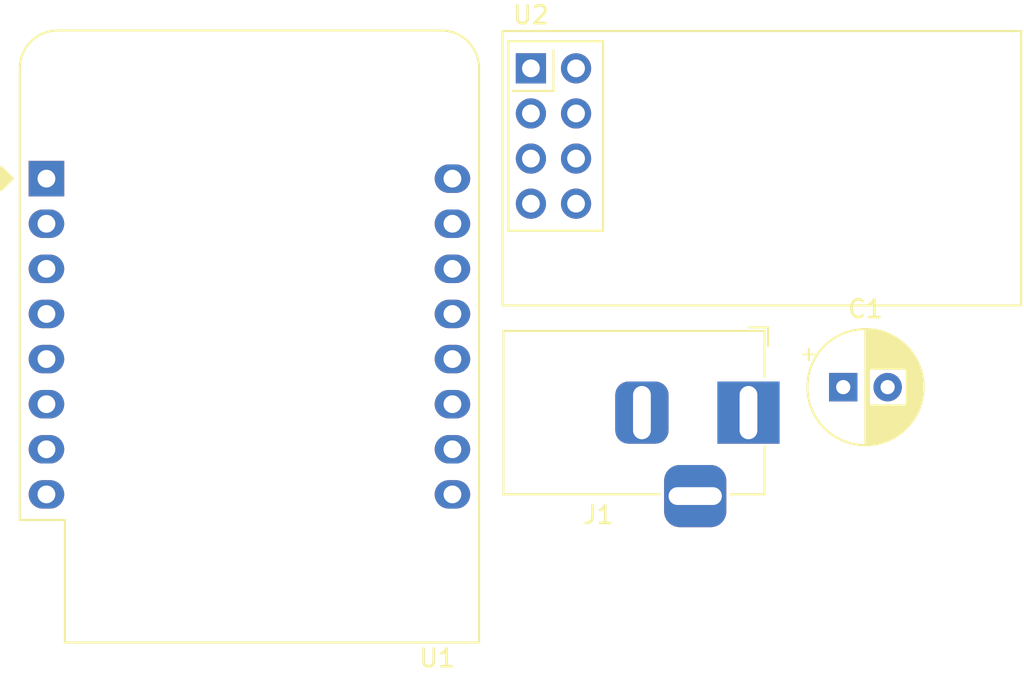
<source format=kicad_pcb>
(kicad_pcb (version 20221018) (generator pcbnew)
  (layers (0 "F.Cu" signal) (31 "B.Cu" signal) (34 "B.Paste" user) (35 "F.Paste" user) (36 "B.SilkS" user "B.Silkscreen") (37 "F.SilkS" user "F.Silkscreen") (38 "B.Mask" user) (39 "F.Mask" user) (44 "Edge.Cuts" user))
  (net 0 "")
  (net 1 "Net-(U1-5V)")
  (net 2 "Net-(U1-GND)")
  (net 11 "Net-(U1-3V3)")
  (footprint "RF_Module:nRF24L01_Breakout" (layer "F.Cu") (at 101.834759 55.71)
    (fp_text reference "U2" (at 0 -3) (layer "F.SilkS"))
    (fp_text value "NRF24L01_Breakout")
    (fp_line (start -1.6 -2.1) (end -1.6 -2.1) (stroke (width 0.12)) (layer "F.SilkS"))
    (fp_line (start -1.6 -2.1) (end 27.6 -2.1) (stroke (width 0.12)) (layer "F.SilkS"))
    (fp_line (start -1.6 13.35) (end -1.6 -2.1) (stroke (width 0.12)) (layer "F.SilkS"))
    (fp_line (start -1.27 -1.524) (end -1.27 -1.524) (stroke (width 0.12)) (layer "F.SilkS"))
    (fp_line (start -1.27 -1.524) (end 4.064 -1.524) (stroke (width 0.12)) (layer "F.SilkS"))
    (fp_line (start -1.27 9.144) (end -1.27 -1.524) (stroke (width 0.12)) (layer "F.SilkS"))
    (fp_line (start -1.27 9.144) (end -1.27 9.144) (stroke (width 0.12)) (layer "F.SilkS"))
    (fp_line (start -1.016 1.27) (end -1.016 1.27) (stroke (width 0.12)) (layer "F.SilkS"))
    (fp_line (start 1.27 -1.016) (end 1.27 1.27) (stroke (width 0.12)) (layer "F.SilkS"))
    (fp_line (start 1.27 1.27) (end -1.016 1.27) (stroke (width 0.12)) (layer "F.SilkS"))
    (fp_line (start 4.064 -1.524) (end 4.064 9.144) (stroke (width 0.12)) (layer "F.SilkS"))
    (fp_line (start 4.064 9.144) (end -1.27 9.144) (stroke (width 0.12)) (layer "F.SilkS"))
    (fp_line (start 27.6 -2.1) (end 27.6 13.35) (stroke (width 0.12)) (layer "F.SilkS"))
    (fp_line (start 27.6 13.35) (end -1.6 13.35) (stroke (width 0.12)) (layer "F.SilkS"))
    (pad "1" thru_hole rect (at 0 0) (size 1.7 1.7) (drill 1) (layers "*.Cu" "*.Mask") (net 2 "Net-(U1-GND)"))
    (pad "2" thru_hole circle (at 2.54 0) (size 1.7 1.7) (drill 1) (layers "*.Cu" "*.Mask") (net 11 "Net-(U1-3V3)"))
    (pad "3" thru_hole circle (at 0 2.54) (size 1.7 1.7) (drill 1) (layers "*.Cu" "*.Mask"))
    (pad "4" thru_hole circle (at 2.54 2.54) (size 1.7 1.7) (drill 1) (layers "*.Cu" "*.Mask"))
    (pad "5" thru_hole circle (at 0 5.08) (size 1.7 1.7) (drill 1) (layers "*.Cu" "*.Mask"))
    (pad "6" thru_hole circle (at 2.54 5.08) (size 1.7 1.7) (drill 1) (layers "*.Cu" "*.Mask"))
    (pad "7" thru_hole circle (at 0 7.62) (size 1.7 1.7) (drill 1) (layers "*.Cu" "*.Mask"))
    (pad "8" thru_hole circle (at 2.54 7.62) (size 1.7 1.7) (drill 1) (layers "*.Cu" "*.Mask"))
  )
  (footprint "Module:WEMOS_D1_mini_light" (layer "F.Cu") (at 74.554759 61.92)
    (fp_text reference "U1" (at 22 27) (layer "F.SilkS"))
    (fp_text value "WeMos_D1_mini")
    (fp_line (start -1.5 19.22) (end -1.5 -6.21) (stroke (width 0.12)) (layer "F.SilkS"))
    (fp_line (start -1.5 19.22) (end 1.04 19.22) (stroke (width 0.12)) (layer "F.SilkS"))
    (fp_line (start 1.04 19.22) (end 1.04 26.12) (stroke (width 0.12)) (layer "F.SilkS"))
    (fp_line (start 1.04 26.12) (end 24.36 26.12) (stroke (width 0.12)) (layer "F.SilkS"))
    (fp_line (start 22.24 -8.34) (end 0.63 -8.34) (stroke (width 0.12)) (layer "F.SilkS"))
    (fp_line (start 24.36 26.12) (end 24.36 -6.21) (stroke (width 0.12)) (layer "F.SilkS"))
    (fp_arc (start -1.5 -6.21) (mid -0.876137 -7.716137) (end 0.63 -8.34) (stroke (width 0.12)) (layer "F.SilkS"))
    (fp_arc (start 22.23 -8.34) (mid 23.736137 -7.716137) (end 24.36 -6.21) (stroke (width 0.12)) (layer "F.SilkS"))
    (fp_poly (pts (xy -2.54 -0.635) (xy -2.54 0.635) (xy -1.905 0)) (stroke (width 0.15)) (fill solid) (layer "F.SilkS"))
    (pad "1" thru_hole rect (at 0 0) (size 2 2) (drill 1) (layers "*.Cu" "*.Mask"))
    (pad "2" thru_hole oval (at 0 2.54) (size 2 1.6) (drill 1) (layers "*.Cu" "*.Mask"))
    (pad "3" thru_hole oval (at 0 5.08) (size 2 1.6) (drill 1) (layers "*.Cu" "*.Mask"))
    (pad "4" thru_hole oval (at 0 7.62) (size 2 1.6) (drill 1) (layers "*.Cu" "*.Mask"))
    (pad "5" thru_hole oval (at 0 10.16) (size 2 1.6) (drill 1) (layers "*.Cu" "*.Mask"))
    (pad "6" thru_hole oval (at 0 12.7) (size 2 1.6) (drill 1) (layers "*.Cu" "*.Mask"))
    (pad "7" thru_hole oval (at 0 15.24) (size 2 1.6) (drill 1) (layers "*.Cu" "*.Mask"))
    (pad "8" thru_hole oval (at 0 17.78) (size 2 1.6) (drill 1) (layers "*.Cu" "*.Mask") (net 11 "Net-(U1-3V3)"))
    (pad "9" thru_hole oval (at 22.86 17.78) (size 2 1.6) (drill 1) (layers "*.Cu" "*.Mask") (net 1 "Net-(U1-5V)"))
    (pad "10" thru_hole oval (at 22.86 15.24) (size 2 1.6) (drill 1) (layers "*.Cu" "*.Mask") (net 2 "Net-(U1-GND)"))
    (pad "11" thru_hole oval (at 22.86 12.7) (size 2 1.6) (drill 1) (layers "*.Cu" "*.Mask"))
    (pad "12" thru_hole oval (at 22.86 10.16) (size 2 1.6) (drill 1) (layers "*.Cu" "*.Mask"))
    (pad "13" thru_hole oval (at 22.86 7.62) (size 2 1.6) (drill 1) (layers "*.Cu" "*.Mask"))
    (pad "14" thru_hole oval (at 22.86 5.08) (size 2 1.6) (drill 1) (layers "*.Cu" "*.Mask"))
    (pad "15" thru_hole oval (at 22.86 2.54) (size 2 1.6) (drill 1) (layers "*.Cu" "*.Mask"))
    (pad "16" thru_hole oval (at 22.86 0) (size 2 1.6) (drill 1) (layers "*.Cu" "*.Mask"))
  )
  (footprint "Capacitor_THT:CP_Radial_D6.3mm_P2.50mm" (layer "F.Cu") (at 119.42 73.66)
    (fp_text reference "C1" (at 1.25 -4.4) (layer "F.SilkS"))
    (fp_text value "C_Polarized_US")
    (fp_line (start -2.250241 -1.839) (end -1.620241 -1.839) (stroke (width 0.12)) (layer "F.SilkS"))
    (fp_line (start -1.935241 -2.154) (end -1.935241 -1.524) (stroke (width 0.12)) (layer "F.SilkS"))
    (fp_line (start 1.25 -3.23) (end 1.25 3.23) (stroke (width 0.12)) (layer "F.SilkS"))
    (fp_line (start 1.29 -3.23) (end 1.29 3.23) (stroke (width 0.12)) (layer "F.SilkS"))
    (fp_line (start 1.33 -3.23) (end 1.33 3.23) (stroke (width 0.12)) (layer "F.SilkS"))
    (fp_line (start 1.37 -3.228) (end 1.37 3.228) (stroke (width 0.12)) (layer "F.SilkS"))
    (fp_line (start 1.41 -3.227) (end 1.41 3.227) (stroke (width 0.12)) (layer "F.SilkS"))
    (fp_line (start 1.45 -3.224) (end 1.45 3.224) (stroke (width 0.12)) (layer "F.SilkS"))
    (fp_line (start 1.49 -3.222) (end 1.49 -1.04) (stroke (width 0.12)) (layer "F.SilkS"))
    (fp_line (start 1.49 1.04) (end 1.49 3.222) (stroke (width 0.12)) (layer "F.SilkS"))
    (fp_line (start 1.53 -3.218) (end 1.53 -1.04) (stroke (width 0.12)) (layer "F.SilkS"))
    (fp_line (start 1.53 1.04) (end 1.53 3.218) (stroke (width 0.12)) (layer "F.SilkS"))
    (fp_line (start 1.57 -3.215) (end 1.57 -1.04) (stroke (width 0.12)) (layer "F.SilkS"))
    (fp_line (start 1.57 1.04) (end 1.57 3.215) (stroke (width 0.12)) (layer "F.SilkS"))
    (fp_line (start 1.61 -3.211) (end 1.61 -1.04) (stroke (width 0.12)) (layer "F.SilkS"))
    (fp_line (start 1.61 1.04) (end 1.61 3.211) (stroke (width 0.12)) (layer "F.SilkS"))
    (fp_line (start 1.65 -3.206) (end 1.65 -1.04) (stroke (width 0.12)) (layer "F.SilkS"))
    (fp_line (start 1.65 1.04) (end 1.65 3.206) (stroke (width 0.12)) (layer "F.SilkS"))
    (fp_line (start 1.69 -3.201) (end 1.69 -1.04) (stroke (width 0.12)) (layer "F.SilkS"))
    (fp_line (start 1.69 1.04) (end 1.69 3.201) (stroke (width 0.12)) (layer "F.SilkS"))
    (fp_line (start 1.73 -3.195) (end 1.73 -1.04) (stroke (width 0.12)) (layer "F.SilkS"))
    (fp_line (start 1.73 1.04) (end 1.73 3.195) (stroke (width 0.12)) (layer "F.SilkS"))
    (fp_line (start 1.77 -3.189) (end 1.77 -1.04) (stroke (width 0.12)) (layer "F.SilkS"))
    (fp_line (start 1.77 1.04) (end 1.77 3.189) (stroke (width 0.12)) (layer "F.SilkS"))
    (fp_line (start 1.81 -3.182) (end 1.81 -1.04) (stroke (width 0.12)) (layer "F.SilkS"))
    (fp_line (start 1.81 1.04) (end 1.81 3.182) (stroke (width 0.12)) (layer "F.SilkS"))
    (fp_line (start 1.85 -3.175) (end 1.85 -1.04) (stroke (width 0.12)) (layer "F.SilkS"))
    (fp_line (start 1.85 1.04) (end 1.85 3.175) (stroke (width 0.12)) (layer "F.SilkS"))
    (fp_line (start 1.89 -3.167) (end 1.89 -1.04) (stroke (width 0.12)) (layer "F.SilkS"))
    (fp_line (start 1.89 1.04) (end 1.89 3.167) (stroke (width 0.12)) (layer "F.SilkS"))
    (fp_line (start 1.93 -3.159) (end 1.93 -1.04) (stroke (width 0.12)) (layer "F.SilkS"))
    (fp_line (start 1.93 1.04) (end 1.93 3.159) (stroke (width 0.12)) (layer "F.SilkS"))
    (fp_line (start 1.971 -3.15) (end 1.971 -1.04) (stroke (width 0.12)) (layer "F.SilkS"))
    (fp_line (start 1.971 1.04) (end 1.971 3.15) (stroke (width 0.12)) (layer "F.SilkS"))
    (fp_line (start 2.011 -3.141) (end 2.011 -1.04) (stroke (width 0.12)) (layer "F.SilkS"))
    (fp_line (start 2.011 1.04) (end 2.011 3.141) (stroke (width 0.12)) (layer "F.SilkS"))
    (fp_line (start 2.051 -3.131) (end 2.051 -1.04) (stroke (width 0.12)) (layer "F.SilkS"))
    (fp_line (start 2.051 1.04) (end 2.051 3.131) (stroke (width 0.12)) (layer "F.SilkS"))
    (fp_line (start 2.091 -3.121) (end 2.091 -1.04) (stroke (width 0.12)) (layer "F.SilkS"))
    (fp_line (start 2.091 1.04) (end 2.091 3.121) (stroke (width 0.12)) (layer "F.SilkS"))
    (fp_line (start 2.131 -3.11) (end 2.131 -1.04) (stroke (width 0.12)) (layer "F.SilkS"))
    (fp_line (start 2.131 1.04) (end 2.131 3.11) (stroke (width 0.12)) (layer "F.SilkS"))
    (fp_line (start 2.171 -3.098) (end 2.171 -1.04) (stroke (width 0.12)) (layer "F.SilkS"))
    (fp_line (start 2.171 1.04) (end 2.171 3.098) (stroke (width 0.12)) (layer "F.SilkS"))
    (fp_line (start 2.211 -3.086) (end 2.211 -1.04) (stroke (width 0.12)) (layer "F.SilkS"))
    (fp_line (start 2.211 1.04) (end 2.211 3.086) (stroke (width 0.12)) (layer "F.SilkS"))
    (fp_line (start 2.251 -3.074) (end 2.251 -1.04) (stroke (width 0.12)) (layer "F.SilkS"))
    (fp_line (start 2.251 1.04) (end 2.251 3.074) (stroke (width 0.12)) (layer "F.SilkS"))
    (fp_line (start 2.291 -3.061) (end 2.291 -1.04) (stroke (width 0.12)) (layer "F.SilkS"))
    (fp_line (start 2.291 1.04) (end 2.291 3.061) (stroke (width 0.12)) (layer "F.SilkS"))
    (fp_line (start 2.331 -3.047) (end 2.331 -1.04) (stroke (width 0.12)) (layer "F.SilkS"))
    (fp_line (start 2.331 1.04) (end 2.331 3.047) (stroke (width 0.12)) (layer "F.SilkS"))
    (fp_line (start 2.371 -3.033) (end 2.371 -1.04) (stroke (width 0.12)) (layer "F.SilkS"))
    (fp_line (start 2.371 1.04) (end 2.371 3.033) (stroke (width 0.12)) (layer "F.SilkS"))
    (fp_line (start 2.411 -3.018) (end 2.411 -1.04) (stroke (width 0.12)) (layer "F.SilkS"))
    (fp_line (start 2.411 1.04) (end 2.411 3.018) (stroke (width 0.12)) (layer "F.SilkS"))
    (fp_line (start 2.451 -3.002) (end 2.451 -1.04) (stroke (width 0.12)) (layer "F.SilkS"))
    (fp_line (start 2.451 1.04) (end 2.451 3.002) (stroke (width 0.12)) (layer "F.SilkS"))
    (fp_line (start 2.491 -2.986) (end 2.491 -1.04) (stroke (width 0.12)) (layer "F.SilkS"))
    (fp_line (start 2.491 1.04) (end 2.491 2.986) (stroke (width 0.12)) (layer "F.SilkS"))
    (fp_line (start 2.531 -2.97) (end 2.531 -1.04) (stroke (width 0.12)) (layer "F.SilkS"))
    (fp_line (start 2.531 1.04) (end 2.531 2.97) (stroke (width 0.12)) (layer "F.SilkS"))
    (fp_line (start 2.571 -2.952) (end 2.571 -1.04) (stroke (width 0.12)) (layer "F.SilkS"))
    (fp_line (start 2.571 1.04) (end 2.571 2.952) (stroke (width 0.12)) (layer "F.SilkS"))
    (fp_line (start 2.611 -2.934) (end 2.611 -1.04) (stroke (width 0.12)) (layer "F.SilkS"))
    (fp_line (start 2.611 1.04) (end 2.611 2.934) (stroke (width 0.12)) (layer "F.SilkS"))
    (fp_line (start 2.651 -2.916) (end 2.651 -1.04) (stroke (width 0.12)) (layer "F.SilkS"))
    (fp_line (start 2.651 1.04) (end 2.651 2.916) (stroke (width 0.12)) (layer "F.SilkS"))
    (fp_line (start 2.691 -2.896) (end 2.691 -1.04) (stroke (width 0.12)) (layer "F.SilkS"))
    (fp_line (start 2.691 1.04) (end 2.691 2.896) (stroke (width 0.12)) (layer "F.SilkS"))
    (fp_line (start 2.731 -2.876) (end 2.731 -1.04) (stroke (width 0.12)) (layer "F.SilkS"))
    (fp_line (start 2.731 1.04) (end 2.731 2.876) (stroke (width 0.12)) (layer "F.SilkS"))
    (fp_line (start 2.771 -2.856) (end 2.771 -1.04) (stroke (width 0.12)) (layer "F.SilkS"))
    (fp_line (start 2.771 1.04) (end 2.771 2.856) (stroke (width 0.12)) (layer "F.SilkS"))
    (fp_line (start 2.811 -2.834) (end 2.811 -1.04) (stroke (width 0.12)) (layer "F.SilkS"))
    (fp_line (start 2.811 1.04) (end 2.811 2.834) (stroke (width 0.12)) (layer "F.SilkS"))
    (fp_line (start 2.851 -2.812) (end 2.851 -1.04) (stroke (width 0.12)) (layer "F.SilkS"))
    (fp_line (start 2.851 1.04) (end 2.851 2.812) (stroke (width 0.12)) (layer "F.SilkS"))
    (fp_line (start 2.891 -2.79) (end 2.891 -1.04) (stroke (width 0.12)) (layer "F.SilkS"))
    (fp_line (start 2.891 1.04) (end 2.891 2.79) (stroke (width 0.12)) (layer "F.SilkS"))
    (fp_line (start 2.931 -2.766) (end 2.931 -1.04) (stroke (width 0.12)) (layer "F.SilkS"))
    (fp_line (start 2.931 1.04) (end 2.931 2.766) (stroke (width 0.12)) (layer "F.SilkS"))
    (fp_line (start 2.971 -2.742) (end 2.971 -1.04) (stroke (width 0.12)) (layer "F.SilkS"))
    (fp_line (start 2.971 1.04) (end 2.971 2.742) (stroke (width 0.12)) (layer "F.SilkS"))
    (fp_line (start 3.011 -2.716) (end 3.011 -1.04) (stroke (width 0.12)) (layer "F.SilkS"))
    (fp_line (start 3.011 1.04) (end 3.011 2.716) (stroke (width 0.12)) (layer "F.SilkS"))
    (fp_line (start 3.051 -2.69) (end 3.051 -1.04) (stroke (width 0.12)) (layer "F.SilkS"))
    (fp_line (start 3.051 1.04) (end 3.051 2.69) (stroke (width 0.12)) (layer "F.SilkS"))
    (fp_line (start 3.091 -2.664) (end 3.091 -1.04) (stroke (width 0.12)) (layer "F.SilkS"))
    (fp_line (start 3.091 1.04) (end 3.091 2.664) (stroke (width 0.12)) (layer "F.SilkS"))
    (fp_line (start 3.131 -2.636) (end 3.131 -1.04) (stroke (width 0.12)) (layer "F.SilkS"))
    (fp_line (start 3.131 1.04) (end 3.131 2.636) (stroke (width 0.12)) (layer "F.SilkS"))
    (fp_line (start 3.171 -2.607) (end 3.171 -1.04) (stroke (width 0.12)) (layer "F.SilkS"))
    (fp_line (start 3.171 1.04) (end 3.171 2.607) (stroke (width 0.12)) (layer "F.SilkS"))
    (fp_line (start 3.211 -2.578) (end 3.211 -1.04) (stroke (width 0.12)) (layer "F.SilkS"))
    (fp_line (start 3.211 1.04) (end 3.211 2.578) (stroke (width 0.12)) (layer "F.SilkS"))
    (fp_line (start 3.251 -2.548) (end 3.251 -1.04) (stroke (width 0.12)) (layer "F.SilkS"))
    (fp_line (start 3.251 1.04) (end 3.251 2.548) (stroke (width 0.12)) (layer "F.SilkS"))
    (fp_line (start 3.291 -2.516) (end 3.291 -1.04) (stroke (width 0.12)) (layer "F.SilkS"))
    (fp_line (start 3.291 1.04) (end 3.291 2.516) (stroke (width 0.12)) (layer "F.SilkS"))
    (fp_line (start 3.331 -2.484) (end 3.331 -1.04) (stroke (width 0.12)) (layer "F.SilkS"))
    (fp_line (start 3.331 1.04) (end 3.331 2.484) (stroke (width 0.12)) (layer "F.SilkS"))
    (fp_line (start 3.371 -2.45) (end 3.371 -1.04) (stroke (width 0.12)) (layer "F.SilkS"))
    (fp_line (start 3.371 1.04) (end 3.371 2.45) (stroke (width 0.12)) (layer "F.SilkS"))
    (fp_line (start 3.411 -2.416) (end 3.411 -1.04) (stroke (width 0.12)) (layer "F.SilkS"))
    (fp_line (start 3.411 1.04) (end 3.411 2.416) (stroke (width 0.12)) (layer "F.SilkS"))
    (fp_line (start 3.451 -2.38) (end 3.451 -1.04) (stroke (width 0.12)) (layer "F.SilkS"))
    (fp_line (start 3.451 1.04) (end 3.451 2.38) (stroke (width 0.12)) (layer "F.SilkS"))
    (fp_line (start 3.491 -2.343) (end 3.491 -1.04) (stroke (width 0.12)) (layer "F.SilkS"))
    (fp_line (start 3.491 1.04) (end 3.491 2.343) (stroke (width 0.12)) (layer "F.SilkS"))
    (fp_line (start 3.531 -2.305) (end 3.531 -1.04) (stroke (width 0.12)) (layer "F.SilkS"))
    (fp_line (start 3.531 1.04) (end 3.531 2.305) (stroke (width 0.12)) (layer "F.SilkS"))
    (fp_line (start 3.571 -2.265) (end 3.571 2.265) (stroke (width 0.12)) (layer "F.SilkS"))
    (fp_line (start 3.611 -2.224) (end 3.611 2.224) (stroke (width 0.12)) (layer "F.SilkS"))
    (fp_line (start 3.651 -2.182) (end 3.651 2.182) (stroke (width 0.12)) (layer "F.SilkS"))
    (fp_line (start 3.691 -2.137) (end 3.691 2.137) (stroke (width 0.12)) (layer "F.SilkS"))
    (fp_line (start 3.731 -2.092) (end 3.731 2.092) (stroke (width 0.12)) (layer "F.SilkS"))
    (fp_line (start 3.771 -2.044) (end 3.771 2.044) (stroke (width 0.12)) (layer "F.SilkS"))
    (fp_line (start 3.811 -1.995) (end 3.811 1.995) (stroke (width 0.12)) (layer "F.SilkS"))
    (fp_line (start 3.851 -1.944) (end 3.851 1.944) (stroke (width 0.12)) (layer "F.SilkS"))
    (fp_line (start 3.891 -1.89) (end 3.891 1.89) (stroke (width 0.12)) (layer "F.SilkS"))
    (fp_line (start 3.931 -1.834) (end 3.931 1.834) (stroke (width 0.12)) (layer "F.SilkS"))
    (fp_line (start 3.971 -1.776) (end 3.971 1.776) (stroke (width 0.12)) (layer "F.SilkS"))
    (fp_line (start 4.011 -1.714) (end 4.011 1.714) (stroke (width 0.12)) (layer "F.SilkS"))
    (fp_line (start 4.051 -1.65) (end 4.051 1.65) (stroke (width 0.12)) (layer "F.SilkS"))
    (fp_line (start 4.091 -1.581) (end 4.091 1.581) (stroke (width 0.12)) (layer "F.SilkS"))
    (fp_line (start 4.131 -1.509) (end 4.131 1.509) (stroke (width 0.12)) (layer "F.SilkS"))
    (fp_line (start 4.171 -1.432) (end 4.171 1.432) (stroke (width 0.12)) (layer "F.SilkS"))
    (fp_line (start 4.211 -1.35) (end 4.211 1.35) (stroke (width 0.12)) (layer "F.SilkS"))
    (fp_line (start 4.251 -1.262) (end 4.251 1.262) (stroke (width 0.12)) (layer "F.SilkS"))
    (fp_line (start 4.291 -1.165) (end 4.291 1.165) (stroke (width 0.12)) (layer "F.SilkS"))
    (fp_line (start 4.331 -1.059) (end 4.331 1.059) (stroke (width 0.12)) (layer "F.SilkS"))
    (fp_line (start 4.371 -0.94) (end 4.371 0.94) (stroke (width 0.12)) (layer "F.SilkS"))
    (fp_line (start 4.411 -0.802) (end 4.411 0.802) (stroke (width 0.12)) (layer "F.SilkS"))
    (fp_line (start 4.451 -0.633) (end 4.451 0.633) (stroke (width 0.12)) (layer "F.SilkS"))
    (fp_line (start 4.491 -0.402) (end 4.491 0.402) (stroke (width 0.12)) (layer "F.SilkS"))
    (fp_circle (center 1.25 0) (end 4.52 0) (stroke (width 0.12)) (fill none) (layer "F.SilkS"))
    (pad "1" thru_hole rect (at 0 0) (size 1.6 1.6) (drill 0.8) (layers "*.Cu" "*.Mask") (net 1 "Net-(U1-5V)"))
    (pad "2" thru_hole circle (at 2.5 0) (size 1.6 1.6) (drill 0.8) (layers "*.Cu" "*.Mask") (net 2 "Net-(U1-GND)"))
  )
  (footprint "Connector_BarrelJack:BarrelJack_Horizontal" (layer "F.Cu") (at 114.084759 75.095)
    (fp_text reference "J1" (at -8.45 5.75) (layer "F.SilkS"))
    (fp_text value "Barrel_Jack_Switch")
    (fp_line (start -13.8 -4.6) (end 0.9 -4.6) (stroke (width 0.12)) (layer "F.SilkS"))
    (fp_line (start -13.8 4.6) (end -13.8 -4.6) (stroke (width 0.12)) (layer "F.SilkS"))
    (fp_line (start -5 4.6) (end -13.8 4.6) (stroke (width 0.12)) (layer "F.SilkS"))
    (fp_line (start 0.05 -4.8) (end 1.1 -4.8) (stroke (width 0.12)) (layer "F.SilkS"))
    (fp_line (start 0.9 -4.6) (end 0.9 -2) (stroke (width 0.12)) (layer "F.SilkS"))
    (fp_line (start 0.9 1.9) (end 0.9 4.6) (stroke (width 0.12)) (layer "F.SilkS"))
    (fp_line (start 0.9 4.6) (end -1 4.6) (stroke (width 0.12)) (layer "F.SilkS"))
    (fp_line (start 1.1 -3.75) (end 1.1 -4.8) (stroke (width 0.12)) (layer "F.SilkS"))
    (pad "1" thru_hole rect (at 0 0) (size 3.5 3.5) (drill oval 1 3) (layers "*.Cu" "*.Mask") (net 1 "Net-(U1-5V)"))
    (pad "2" thru_hole roundrect (at -6 0) (size 3 3.5) (drill oval 1 3) (layers "*.Cu" "*.Mask") (net 2 "Net-(U1-GND)"))
    (pad "3" thru_hole roundrect (at -3 4.7) (size 3.5 3.5) (drill oval 3 1) (layers "*.Cu" "*.Mask"))
  )
)
</source>
